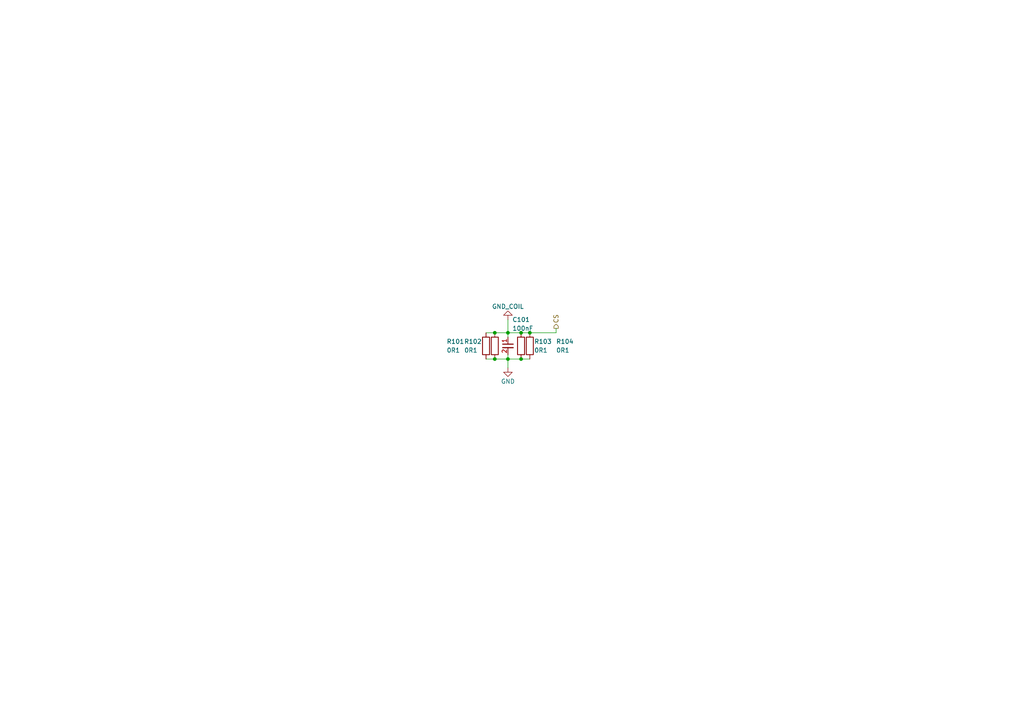
<source format=kicad_sch>
(kicad_sch (version 20231120) (generator "eeschema") (generator_version "8.0")
  (paper "A4")
  (lib_symbols
    (symbol "capacitor_miscellaneous:C_0402_100nF"
      (property "Reference" "C" (at 1.27 2.54 0))
      (property "Value" "100nF" (at 3.81 -2.54 0))
      (symbol "C_0402_100nF_0_1"
        (polyline (pts (xy -1.524 -0.508) (xy 1.524 -0.508)) (stroke (width 0.3302)))
        (polyline (pts (xy -1.524 0.508) (xy 1.524 0.508)) (stroke (width 0.3048)))
      )
      (symbol "C_0402_100nF_1_1"
        (pin passive line (at 0 2.54 270) (length 2.032) (name "~") (number "1"))
        (pin passive line (at 0 -2.54 90) (length 2.032) (name "~") (number "2"))
      )
    )
    (symbol "power:GND" (power) (pin_names (offset 0))
      (property "Value" "GND" (at 0 -3.81 0))
      (symbol "GND_0_1"
        (polyline (pts (xy 0 0) (xy 0 -1.27) (xy 1.27 -1.27) (xy 0 -2.54) (xy -1.27 -1.27) (xy 0 -1.27)))
      )
      (symbol "GND_1_1"
        (pin power_in line (at 0 0 270) (length 0) hide (name "GND") (number "1"))
      )
    )
    (symbol "resistors_1206:R_0R1_1206" (pin_numbers hide) (pin_names (offset 0))
      (property "Reference" "R?" (at 1.778 1.2121 0))
      (property "Value" "0R1" (at 1.778 -1.2121 0))
      (symbol "R_0R1_1206_0_1"
        (rectangle (start -1.016 -2.54) (end 1.016 2.54) (stroke (width 0.254)))
      )
      (symbol "R_0R1_1206_1_1"
        (pin passive line (at 0 3.81 270) (length 1.27) (name "~") (number "1"))
        (pin passive line (at 0 -3.81 90) (length 1.27) (name "~") (number "2"))
      )
    )
  )
  (junction (at 151.13 104.14))
  (junction (at 143.51 104.14))
  (junction (at 147.32 104.14))
  (junction (at 153.67 96.52))
  (junction (at 143.51 96.52))
  (junction (at 151.13 96.52))
  (junction (at 147.32 96.52))
  (wire (pts (xy 161.29 96.52) (xy 153.67 96.52)))
  (wire (pts (xy 147.32 96.52) (xy 151.13 96.52)))
  (wire (pts (xy 161.29 95.25) (xy 161.29 96.52)))
  (wire (pts (xy 147.32 106.68) (xy 147.32 104.14)))
  (wire (pts (xy 151.13 104.14) (xy 153.67 104.14)))
  (wire (pts (xy 147.32 96.52) (xy 147.32 97.79)))
  (wire (pts (xy 151.13 96.52) (xy 153.67 96.52)))
  (wire (pts (xy 143.51 104.14) (xy 147.32 104.14)))
  (wire (pts (xy 147.32 92.71) (xy 147.32 96.52)))
  (wire (pts (xy 140.97 104.14) (xy 143.51 104.14)))
  (wire (pts (xy 147.32 102.87) (xy 147.32 104.14)))
  (wire (pts (xy 143.51 96.52) (xy 147.32 96.52)))
  (wire (pts (xy 143.51 96.52) (xy 140.97 96.52)))
  (wire (pts (xy 147.32 104.14) (xy 151.13 104.14)))
  (hierarchical_label "CS" (shape output) (at 161.29 95.25 90))
  (symbol (lib_id "capacitor_miscellaneous:C_0402_100nF") (at 147.32 100.33 0) (unit 1)
    (property "Reference" "C101" (at 148.59 92.71 0) (effects (justify left)))
    (property "Value" "100nF" (at 148.59 95.25 0) (effects (justify left)))
    (property "Footprint" "Capacitor_SMD:C_0402_1005Metric" (effects (hide yes)))
    (property "JLCPCB Part#" "C307331" (effects (hide yes)))
  )
  (symbol (lib_id "resistors_1206:R_0R1_1206") (at 140.97 100.33 0) (unit 1)
    (property "Reference" "R101" (at 129.54 99.06 0) (effects (justify left)))
    (property "Value" "0R1" (at 129.54 101.6 0) (effects (justify left)))
    (property "Footprint" "Resistor_SMD:R_1206_3216Metric" (effects (hide yes)))
    (property "Description" "Resistor" (effects (hide yes)))
    (property "JLCPCB Part#" "C25334" (effects (hide yes)))
  )
  (symbol (lib_id "power:GND") (at 147.32 106.68 0) (unit 1)
    (property "Reference" "#PWR01403" (effects (hide yes)))
    (property "Value" "GND" (at 147.32 110.625 0))
  )
  (symbol (lib_id "resistors_1206:R_0R1_1206") (at 143.51 100.33 0) (unit 1)
    (property "Reference" "R102" (at 134.62 99.06 0) (effects (justify left)))
    (property "Value" "0R1" (at 134.62 101.6 0) (effects (justify left)))
    (property "Footprint" "Resistor_SMD:R_1206_3216Metric" (effects (hide yes)))
    (property "Description" "Resistor" (effects (hide yes)))
    (property "JLCPCB Part#" "C25334" (effects (hide yes)))
  )
  (symbol (lib_id "resistors_1206:R_0R1_1206") (at 153.67 100.33 0) (unit 1)
    (property "Reference" "R104" (at 161.29 99.06 0) (effects (justify left)))
    (property "Value" "0R1" (at 161.29 101.6 0) (effects (justify left)))
    (property "Footprint" "Resistor_SMD:R_1206_3216Metric" (effects (hide yes)))
    (property "Description" "Resistor" (effects (hide yes)))
    (property "JLCPCB Part#" "C25334" (effects (hide yes)))
  )
  (symbol (lib_id "resistors_1206:R_0R1_1206") (at 151.13 100.33 0) (unit 1)
    (property "Reference" "R103" (at 154.94 99.06 0) (effects (justify left)))
    (property "Value" "0R1" (at 154.94 101.6 0) (effects (justify left)))
    (property "Footprint" "Resistor_SMD:R_1206_3216Metric" (effects (hide yes)))
    (property "Description" "Resistor" (effects (hide yes)))
    (property "JLCPCB Part#" "C25334" (effects (hide yes)))
  )
  (symbol (lib_id "power:GND") (at 147.32 92.71 180) (unit 1)
    (property "Reference" "#PWR01404" (effects (hide yes)))
    (property "Value" "GND_COIL" (at 147.32 88.9 0))
  )
)
</source>
